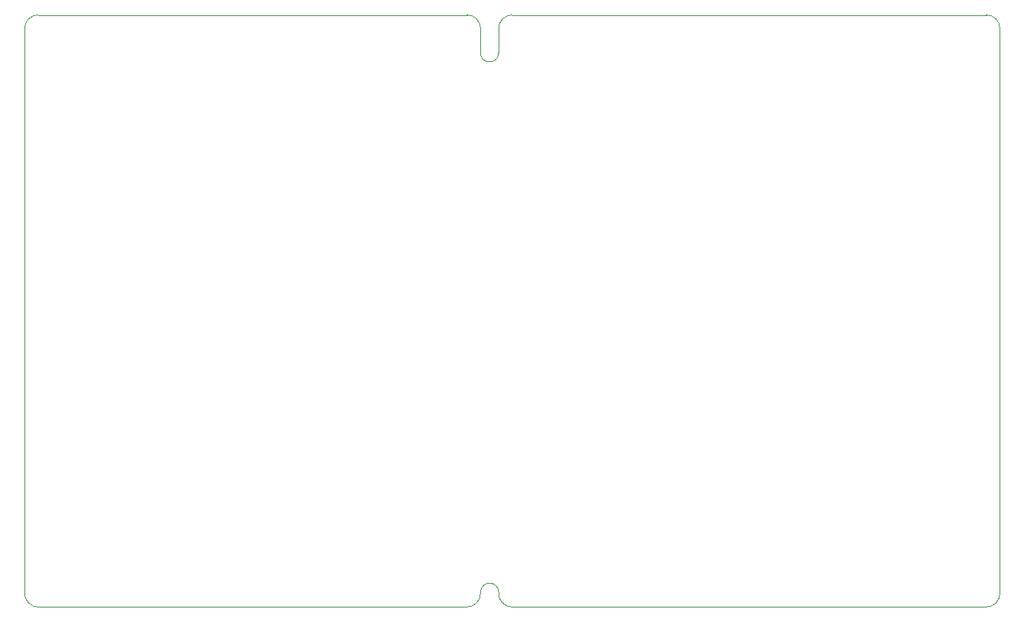
<source format=gbr>
%TF.GenerationSoftware,KiCad,Pcbnew,(5.1.8)-1*%
%TF.CreationDate,2021-01-30T00:08:38-08:00*%
%TF.ProjectId,MicroMotor,4d696372-6f4d-46f7-946f-722e6b696361,rev?*%
%TF.SameCoordinates,Original*%
%TF.FileFunction,Profile,NP*%
%FSLAX46Y46*%
G04 Gerber Fmt 4.6, Leading zero omitted, Abs format (unit mm)*
G04 Created by KiCad (PCBNEW (5.1.8)-1) date 2021-01-30 00:08:38*
%MOMM*%
%LPD*%
G01*
G04 APERTURE LIST*
%TA.AperFunction,Profile*%
%ADD10C,0.050000*%
%TD*%
G04 APERTURE END LIST*
D10*
X147159901Y-126660000D02*
G75*
G02*
X149159901Y-126660000I1000000J0D01*
G01*
X149160033Y-66900000D02*
G75*
G02*
X147160033Y-66900000I-1000000J0D01*
G01*
X149160033Y-66900000D02*
X149160033Y-64190033D01*
X147160033Y-64190033D02*
X147160099Y-66900000D01*
X149160000Y-126789967D02*
X149159901Y-126660000D01*
X147159901Y-126660000D02*
X147160000Y-126789967D01*
X147160000Y-126789967D02*
G75*
G02*
X145659967Y-128290000I-1500033J0D01*
G01*
X98185000Y-128290000D02*
G75*
G02*
X96684967Y-126789967I0J1500033D01*
G01*
X96684967Y-64190033D02*
G75*
G02*
X98185000Y-62690000I1500033J0D01*
G01*
X145660000Y-62690000D02*
G75*
G02*
X147160033Y-64190033I0J-1500033D01*
G01*
X98185000Y-128290000D02*
X145659967Y-128290000D01*
X96684967Y-64190033D02*
X96684967Y-126789967D01*
X145660000Y-62690000D02*
X98185000Y-62690000D01*
X203155000Y-62690000D02*
G75*
G02*
X204655033Y-64190033I0J-1500033D01*
G01*
X204655000Y-126790000D02*
G75*
G02*
X203154967Y-128290033I-1500033J0D01*
G01*
X150660033Y-128290000D02*
G75*
G02*
X149160000Y-126789967I0J1500033D01*
G01*
X149160000Y-64190000D02*
G75*
G02*
X150660033Y-62689967I1500033J0D01*
G01*
X204655000Y-126790000D02*
X204655033Y-64190033D01*
X150660033Y-128290000D02*
X203154967Y-128290033D01*
X203155000Y-62690000D02*
X150660033Y-62689967D01*
M02*

</source>
